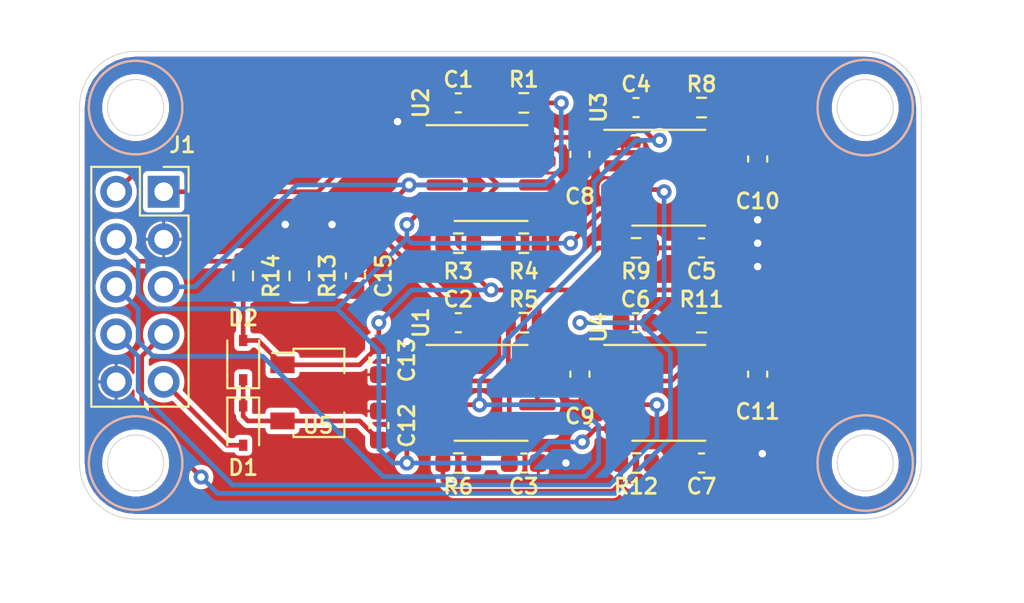
<source format=kicad_pcb>
(kicad_pcb (version 20171130) (host pcbnew "(5.1.10)-1")
  (layers (0 F.Cu signal) (31 B.Cu signal) (34 B.Paste user) (35 F.Paste user) (36 B.SilkS user) (37 F.SilkS user) (38 B.Mask user) (39 F.Mask user) (44 Edge.Cuts user))
  (net 0 "")
  (net 1 GND)
  (net 2 CHARGE)
  (net 3 "Net-(C2-Pad1)")
  (net 4 "Net-(C3-Pad1)")
  (net 5 STAGE_1)
  (net 6 "Net-(C4-Pad1)")
  (net 7 "Net-(C5-Pad1)")
  (net 8 "Net-(C6-Pad1)")
  (net 9 "Net-(C7-Pad1)")
  (net 10 +5V)
  (net 11 "Net-(C12-Pad1)")
  (net 12 VCC)
  (net 13 "Net-(U1-Pad5)")
  (net 14 "Net-(U2-Pad7)")
  (net 15 "Net-(U2-Pad5)")
  (net 16 "Net-(U3-Pad5)")
  (net 17 "Net-(U4-Pad5)")
  (net 18 STAGE_2)
  (net 19 /SW1)
  (net 20 TIMER)
  (net 21 /JP1)
  (net 22 /SW2)
  (module Package_TO_SOT_SMD:SOT-89-3 (layer F.Cu) (at 137.5 106.25)
    (fp_text reference U5 (at 0.25 1.75) (layer F.SilkS) (effects (font (size 0.8128 0.8128) (thickness 0.1524))))
    (fp_text value L78L05)
    (fp_line (start 1.66 1.05) (end 1.66 2.36) (layer F.SilkS) (width 0.12))
    (fp_line (start 1.66 2.36) (end -1.06 2.36) (layer F.SilkS) (width 0.12))
    (fp_line (start -2.2 -2.13) (end -1.06 -2.13) (layer F.SilkS) (width 0.12))
    (fp_line (start 1.66 -2.36) (end 1.66 -1.05) (layer F.SilkS) (width 0.12))
    (fp_line (start -1.06 -2.36) (end 1.66 -2.36) (layer F.SilkS) (width 0.12))
    (fp_line (start -1.06 -2.36) (end -1.06 -2.13) (layer F.SilkS) (width 0.12))
    (fp_line (start -1.06 2.36) (end -1.06 2.13) (layer F.SilkS) (width 0.12))
    (pad 2 smd custom (at -1.5625 0) (size 1.475 0.9) (layers F.Cu F.Paste F.Mask) (net 1 GND) (options (clearance outline) (anchor rect)) (primitives (gr_poly (pts (xy 0.7375 -0.8665) (xy 3.8625 -0.8665) (xy 3.8625 0.8665) (xy 0.7375 0.8665)) (width 0))))
    (pad 3 smd rect (at -1.65 1.5) (size 1.3 0.9) (layers F.Cu F.Paste F.Mask) (net 11 "Net-(C12-Pad1)"))
    (pad 1 smd rect (at -1.65 -1.5) (size 1.3 0.9) (layers F.Cu F.Paste F.Mask) (net 10 +5V))
  )
  (module Resistor_SMD:R_0603_1608Metric (layer F.Cu) (at 133.75 100 90)
    (fp_text reference R14 (at 0 1.5 270) (layer F.SilkS) (effects (font (size 0.8128 0.8128) (thickness 0.1524))))
    (fp_text value 10K)
    (fp_line (start -0.237258 -0.5225) (end 0.237258 -0.5225) (layer F.SilkS) (width 0.12))
    (fp_line (start -0.237258 0.5225) (end 0.237258 0.5225) (layer F.SilkS) (width 0.12))
    (pad 2 smd roundrect (at 0.825 0 90) (size 0.8 0.95) (layers F.Cu F.Paste F.Mask) (net 21 /JP1))
    (pad 1 smd roundrect (at -0.825 0 90) (size 0.8 0.95) (layers F.Cu F.Paste F.Mask) (net 10 +5V))
  )
  (module Resistor_SMD:R_0603_1608Metric (layer F.Cu) (at 136.75 100 90)
    (fp_text reference R13 (at 0 1.5 270) (layer F.SilkS) (effects (font (size 0.8128 0.8128) (thickness 0.1524))))
    (fp_text value 100K)
    (fp_line (start -0.237258 -0.5225) (end 0.237258 -0.5225) (layer F.SilkS) (width 0.12))
    (fp_line (start -0.237258 0.5225) (end 0.237258 0.5225) (layer F.SilkS) (width 0.12))
    (pad 2 smd roundrect (at 0.825 0 90) (size 0.8 0.95) (layers F.Cu F.Paste F.Mask) (net 1 GND))
    (pad 1 smd roundrect (at -0.825 0 90) (size 0.8 0.95) (layers F.Cu F.Paste F.Mask) (net 21 /JP1))
  )
  (module Resistor_SMD:R_0603_1608Metric (layer F.Cu) (at 154.75 110)
    (fp_text reference R12 (at 0 1.25) (layer F.SilkS) (effects (font (size 0.8128 0.8128) (thickness 0.1524))))
    (fp_text value 1K)
    (fp_line (start -0.237258 -0.5225) (end 0.237258 -0.5225) (layer F.SilkS) (width 0.12))
    (fp_line (start -0.237258 0.5225) (end 0.237258 0.5225) (layer F.SilkS) (width 0.12))
    (pad 2 smd roundrect (at 0.825 0) (size 0.8 0.95) (layers F.Cu F.Paste F.Mask) (net 9 "Net-(C7-Pad1)"))
    (pad 1 smd roundrect (at -0.825 0) (size 0.8 0.95) (layers F.Cu F.Paste F.Mask) (net 10 +5V))
  )
  (module Resistor_SMD:R_0603_1608Metric (layer F.Cu) (at 158.25 102.5 180)
    (fp_text reference R11 (at 0 1.25) (layer F.SilkS) (effects (font (size 0.8128 0.8128) (thickness 0.1524))))
    (fp_text value 10K)
    (fp_line (start -0.237258 -0.5225) (end 0.237258 -0.5225) (layer F.SilkS) (width 0.12))
    (fp_line (start -0.237258 0.5225) (end 0.237258 0.5225) (layer F.SilkS) (width 0.12))
    (pad 2 smd roundrect (at 0.825 0 180) (size 0.8 0.95) (layers F.Cu F.Paste F.Mask) (net 8 "Net-(C6-Pad1)"))
    (pad 1 smd roundrect (at -0.825 0 180) (size 0.8 0.95) (layers F.Cu F.Paste F.Mask) (net 10 +5V))
  )
  (module Resistor_SMD:R_0603_1608Metric (layer F.Cu) (at 154.75 98.5)
    (fp_text reference R9 (at 0 1.25) (layer F.SilkS) (effects (font (size 0.8128 0.8128) (thickness 0.1524))))
    (fp_text value 10K)
    (fp_line (start -0.237258 -0.5225) (end 0.237258 -0.5225) (layer F.SilkS) (width 0.12))
    (fp_line (start -0.237258 0.5225) (end 0.237258 0.5225) (layer F.SilkS) (width 0.12))
    (pad 2 smd roundrect (at 0.825 0) (size 0.8 0.95) (layers F.Cu F.Paste F.Mask) (net 7 "Net-(C5-Pad1)"))
    (pad 1 smd roundrect (at -0.825 0) (size 0.8 0.95) (layers F.Cu F.Paste F.Mask) (net 10 +5V))
  )
  (module Resistor_SMD:R_0603_1608Metric (layer F.Cu) (at 158.25 91 180)
    (fp_text reference R8 (at 0 1.25) (layer F.SilkS) (effects (font (size 0.8128 0.8128) (thickness 0.1524))))
    (fp_text value 10K)
    (fp_line (start -0.237258 -0.5225) (end 0.237258 -0.5225) (layer F.SilkS) (width 0.12))
    (fp_line (start -0.237258 0.5225) (end 0.237258 0.5225) (layer F.SilkS) (width 0.12))
    (pad 2 smd roundrect (at 0.825 0 180) (size 0.8 0.95) (layers F.Cu F.Paste F.Mask) (net 6 "Net-(C4-Pad1)"))
    (pad 1 smd roundrect (at -0.825 0 180) (size 0.8 0.95) (layers F.Cu F.Paste F.Mask) (net 10 +5V))
  )
  (module Resistor_SMD:R_0603_1608Metric (layer F.Cu) (at 145.25 110)
    (fp_text reference R6 (at 0 1.25) (layer F.SilkS) (effects (font (size 0.8128 0.8128) (thickness 0.1524))))
    (fp_text value 1K)
    (fp_line (start -0.237258 -0.5225) (end 0.237258 -0.5225) (layer F.SilkS) (width 0.12))
    (fp_line (start -0.237258 0.5225) (end 0.237258 0.5225) (layer F.SilkS) (width 0.12))
    (pad 2 smd roundrect (at 0.825 0) (size 0.8 0.95) (layers F.Cu F.Paste F.Mask) (net 4 "Net-(C3-Pad1)"))
    (pad 1 smd roundrect (at -0.825 0) (size 0.8 0.95) (layers F.Cu F.Paste F.Mask) (net 10 +5V))
  )
  (module Resistor_SMD:R_0603_1608Metric (layer F.Cu) (at 148.75 102.5 180)
    (fp_text reference R5 (at 0 1.25) (layer F.SilkS) (effects (font (size 0.8128 0.8128) (thickness 0.1524))))
    (fp_text value 10K)
    (fp_line (start -0.237258 -0.5225) (end 0.237258 -0.5225) (layer F.SilkS) (width 0.12))
    (fp_line (start -0.237258 0.5225) (end 0.237258 0.5225) (layer F.SilkS) (width 0.12))
    (pad 2 smd roundrect (at 0.825 0 180) (size 0.8 0.95) (layers F.Cu F.Paste F.Mask) (net 3 "Net-(C2-Pad1)"))
    (pad 1 smd roundrect (at -0.825 0 180) (size 0.8 0.95) (layers F.Cu F.Paste F.Mask) (net 10 +5V))
  )
  (module Resistor_SMD:R_0603_1608Metric (layer F.Cu) (at 148.75 98.25)
    (fp_text reference R4 (at 0 1.5) (layer F.SilkS) (effects (font (size 0.8128 0.8128) (thickness 0.1524))))
    (fp_text value 100K)
    (fp_line (start -0.237258 -0.5225) (end 0.237258 -0.5225) (layer F.SilkS) (width 0.12))
    (fp_line (start -0.237258 0.5225) (end 0.237258 0.5225) (layer F.SilkS) (width 0.12))
    (pad 2 smd roundrect (at 0.825 0) (size 0.8 0.95) (layers F.Cu F.Paste F.Mask) (net 1 GND))
    (pad 1 smd roundrect (at -0.825 0) (size 0.8 0.95) (layers F.Cu F.Paste F.Mask) (net 22 /SW2))
  )
  (module Resistor_SMD:R_0603_1608Metric (layer F.Cu) (at 145.25 98.25)
    (fp_text reference R3 (at 0 1.5) (layer F.SilkS) (effects (font (size 0.8128 0.8128) (thickness 0.1524))))
    (fp_text value 100K)
    (fp_line (start -0.237258 -0.5225) (end 0.237258 -0.5225) (layer F.SilkS) (width 0.12))
    (fp_line (start -0.237258 0.5225) (end 0.237258 0.5225) (layer F.SilkS) (width 0.12))
    (pad 2 smd roundrect (at 0.825 0) (size 0.8 0.95) (layers F.Cu F.Paste F.Mask) (net 22 /SW2))
    (pad 1 smd roundrect (at -0.825 0) (size 0.8 0.95) (layers F.Cu F.Paste F.Mask) (net 10 +5V))
  )
  (module Resistor_SMD:R_0603_1608Metric (layer F.Cu) (at 148.75 90.75 180)
    (fp_text reference R1 (at 0 1.25) (layer F.SilkS) (effects (font (size 0.8128 0.8128) (thickness 0.1524))))
    (fp_text value 100K)
    (fp_line (start -0.237258 -0.5225) (end 0.237258 -0.5225) (layer F.SilkS) (width 0.12))
    (fp_line (start -0.237258 0.5225) (end 0.237258 0.5225) (layer F.SilkS) (width 0.12))
    (pad 2 smd roundrect (at 0.825 0 180) (size 0.8 0.95) (layers F.Cu F.Paste F.Mask) (net 19 /SW1))
    (pad 1 smd roundrect (at -0.825 0 180) (size 0.8 0.95) (layers F.Cu F.Paste F.Mask) (net 2 CHARGE))
  )
  (module Diode_SMD:D_SOD-323 (layer F.Cu) (at 133.75 104.5 90)
    (fp_text reference D2 (at 2.25 0 180) (layer F.SilkS) (effects (font (size 0.8128 0.8128) (thickness 0.1524))))
    (fp_text value 4148)
    (fp_line (start -1.5 -0.85) (end -1.5 0.85) (layer F.SilkS) (width 0.12))
    (fp_line (start -1.5 0.85) (end 1.05 0.85) (layer F.SilkS) (width 0.12))
    (fp_line (start -1.5 -0.85) (end 1.05 -0.85) (layer F.SilkS) (width 0.12))
    (pad 2 smd rect (at 1.05 0 90) (size 0.6 0.45) (layers F.Cu F.Paste F.Mask) (net 10 +5V))
    (pad 1 smd rect (at -1.05 0 90) (size 0.6 0.45) (layers F.Cu F.Paste F.Mask) (net 11 "Net-(C12-Pad1)"))
  )
  (module Diode_SMD:D_SOD-323 (layer F.Cu) (at 133.75 108 270)
    (fp_text reference D1 (at 2.25 0 180) (layer F.SilkS) (effects (font (size 0.8128 0.8128) (thickness 0.1524))))
    (fp_text value 4148)
    (fp_line (start -1.5 -0.85) (end -1.5 0.85) (layer F.SilkS) (width 0.12))
    (fp_line (start -1.5 0.85) (end 1.05 0.85) (layer F.SilkS) (width 0.12))
    (fp_line (start -1.5 -0.85) (end 1.05 -0.85) (layer F.SilkS) (width 0.12))
    (pad 2 smd rect (at 1.05 0 270) (size 0.6 0.45) (layers F.Cu F.Paste F.Mask) (net 12 VCC))
    (pad 1 smd rect (at -1.05 0 270) (size 0.6 0.45) (layers F.Cu F.Paste F.Mask) (net 11 "Net-(C12-Pad1)"))
  )
  (module Capacitor_SMD:C_0603_1608Metric (layer F.Cu) (at 139.75 100 90)
    (fp_text reference C15 (at 0 1.5 270) (layer F.SilkS) (effects (font (size 0.8128 0.8128) (thickness 0.1524))))
    (fp_text value 1uF)
    (fp_line (start -0.14058 -0.51) (end 0.14058 -0.51) (layer F.SilkS) (width 0.12))
    (fp_line (start -0.14058 0.51) (end 0.14058 0.51) (layer F.SilkS) (width 0.12))
    (pad 2 smd roundrect (at 0.775 0 90) (size 0.9 0.95) (layers F.Cu F.Paste F.Mask) (net 1 GND))
    (pad 1 smd roundrect (at -0.775 0 90) (size 0.9 0.95) (layers F.Cu F.Paste F.Mask) (net 21 /JP1))
  )
  (module Capacitor_SMD:C_0603_1608Metric (layer F.Cu) (at 141 104.5 270)
    (fp_text reference C13 (at 0 -1.5 270) (layer F.SilkS) (effects (font (size 0.8128 0.8128) (thickness 0.1524))))
    (fp_text value 100nF)
    (fp_line (start -0.14058 -0.51) (end 0.14058 -0.51) (layer F.SilkS) (width 0.12))
    (fp_line (start -0.14058 0.51) (end 0.14058 0.51) (layer F.SilkS) (width 0.12))
    (pad 2 smd roundrect (at 0.775 0 270) (size 0.9 0.95) (layers F.Cu F.Paste F.Mask) (net 1 GND))
    (pad 1 smd roundrect (at -0.775 0 270) (size 0.9 0.95) (layers F.Cu F.Paste F.Mask) (net 10 +5V))
  )
  (module Capacitor_SMD:C_0603_1608Metric (layer F.Cu) (at 141 108 90)
    (fp_text reference C12 (at 0 1.5 270) (layer F.SilkS) (effects (font (size 0.8128 0.8128) (thickness 0.1524))))
    (fp_text value 100nF)
    (fp_line (start -0.14058 -0.51) (end 0.14058 -0.51) (layer F.SilkS) (width 0.12))
    (fp_line (start -0.14058 0.51) (end 0.14058 0.51) (layer F.SilkS) (width 0.12))
    (pad 2 smd roundrect (at 0.775 0 90) (size 0.9 0.95) (layers F.Cu F.Paste F.Mask) (net 1 GND))
    (pad 1 smd roundrect (at -0.775 0 90) (size 0.9 0.95) (layers F.Cu F.Paste F.Mask) (net 11 "Net-(C12-Pad1)"))
  )
  (module Capacitor_SMD:C_0603_1608Metric (layer F.Cu) (at 161.25 105.25 270)
    (fp_text reference C11 (at 2 0 180) (layer F.SilkS) (effects (font (size 0.8128 0.8128) (thickness 0.1524))))
    (fp_text value 100nF)
    (fp_line (start -0.14058 -0.51) (end 0.14058 -0.51) (layer F.SilkS) (width 0.12))
    (fp_line (start -0.14058 0.51) (end 0.14058 0.51) (layer F.SilkS) (width 0.12))
    (pad 2 smd roundrect (at 0.775 0 270) (size 0.9 0.95) (layers F.Cu F.Paste F.Mask) (net 1 GND))
    (pad 1 smd roundrect (at -0.775 0 270) (size 0.9 0.95) (layers F.Cu F.Paste F.Mask) (net 10 +5V))
  )
  (module Capacitor_SMD:C_0603_1608Metric (layer F.Cu) (at 161.25 93.75 270)
    (fp_text reference C10 (at 2.25 0 180) (layer F.SilkS) (effects (font (size 0.8128 0.8128) (thickness 0.1524))))
    (fp_text value 100nF)
    (fp_line (start -0.14058 -0.51) (end 0.14058 -0.51) (layer F.SilkS) (width 0.12))
    (fp_line (start -0.14058 0.51) (end 0.14058 0.51) (layer F.SilkS) (width 0.12))
    (pad 2 smd roundrect (at 0.775 0 270) (size 0.9 0.95) (layers F.Cu F.Paste F.Mask) (net 1 GND))
    (pad 1 smd roundrect (at -0.775 0 270) (size 0.9 0.95) (layers F.Cu F.Paste F.Mask) (net 10 +5V))
  )
  (module Capacitor_SMD:C_0603_1608Metric (layer F.Cu) (at 151.75 105.25 270)
    (fp_text reference C9 (at 2.25 0 180) (layer F.SilkS) (effects (font (size 0.8128 0.8128) (thickness 0.1524))))
    (fp_text value 100nF)
    (fp_line (start -0.14058 -0.51) (end 0.14058 -0.51) (layer F.SilkS) (width 0.12))
    (fp_line (start -0.14058 0.51) (end 0.14058 0.51) (layer F.SilkS) (width 0.12))
    (pad 2 smd roundrect (at 0.775 0 270) (size 0.9 0.95) (layers F.Cu F.Paste F.Mask) (net 1 GND))
    (pad 1 smd roundrect (at -0.775 0 270) (size 0.9 0.95) (layers F.Cu F.Paste F.Mask) (net 10 +5V))
  )
  (module Capacitor_SMD:C_0603_1608Metric (layer F.Cu) (at 151.75 93.5 270)
    (fp_text reference C8 (at 2.25 0 180) (layer F.SilkS) (effects (font (size 0.8128 0.8128) (thickness 0.1524))))
    (fp_text value 100nF)
    (fp_line (start -0.14058 -0.51) (end 0.14058 -0.51) (layer F.SilkS) (width 0.12))
    (fp_line (start -0.14058 0.51) (end 0.14058 0.51) (layer F.SilkS) (width 0.12))
    (pad 2 smd roundrect (at 0.775 0 270) (size 0.9 0.95) (layers F.Cu F.Paste F.Mask) (net 1 GND))
    (pad 1 smd roundrect (at -0.775 0 270) (size 0.9 0.95) (layers F.Cu F.Paste F.Mask) (net 10 +5V))
  )
  (module Capacitor_SMD:C_0603_1608Metric (layer F.Cu) (at 158.25 110)
    (fp_text reference C7 (at 0 1.25) (layer F.SilkS) (effects (font (size 0.8128 0.8128))))
    (fp_text value 10nF)
    (fp_line (start -0.14058 -0.51) (end 0.14058 -0.51) (layer F.SilkS) (width 0.12))
    (fp_line (start -0.14058 0.51) (end 0.14058 0.51) (layer F.SilkS) (width 0.12))
    (pad 2 smd roundrect (at 0.775 0) (size 0.9 0.95) (layers F.Cu F.Paste F.Mask) (net 1 GND))
    (pad 1 smd roundrect (at -0.775 0) (size 0.9 0.95) (layers F.Cu F.Paste F.Mask) (net 9 "Net-(C7-Pad1)"))
  )
  (module Capacitor_SMD:C_0603_1608Metric (layer F.Cu) (at 154.725 102.5 180)
    (fp_text reference C6 (at 0 1.25) (layer F.SilkS) (effects (font (size 0.8128 0.8128) (thickness 0.1524))))
    (fp_text value 1nF)
    (fp_line (start -0.14058 -0.51) (end 0.14058 -0.51) (layer F.SilkS) (width 0.12))
    (fp_line (start -0.14058 0.51) (end 0.14058 0.51) (layer F.SilkS) (width 0.12))
    (pad 2 smd roundrect (at 0.775 0 180) (size 0.9 0.95) (layers F.Cu F.Paste F.Mask) (net 20 TIMER))
    (pad 1 smd roundrect (at -0.775 0 180) (size 0.9 0.95) (layers F.Cu F.Paste F.Mask) (net 8 "Net-(C6-Pad1)"))
  )
  (module Capacitor_SMD:C_0603_1608Metric (layer F.Cu) (at 158.25 98.5)
    (fp_text reference C5 (at 0 1.25) (layer F.SilkS) (effects (font (size 0.8128 0.8128) (thickness 0.1524))))
    (fp_text value 10nF)
    (fp_line (start -0.14058 -0.51) (end 0.14058 -0.51) (layer F.SilkS) (width 0.12))
    (fp_line (start -0.14058 0.51) (end 0.14058 0.51) (layer F.SilkS) (width 0.12))
    (pad 2 smd roundrect (at 0.775 0) (size 0.9 0.95) (layers F.Cu F.Paste F.Mask) (net 1 GND))
    (pad 1 smd roundrect (at -0.775 0) (size 0.9 0.95) (layers F.Cu F.Paste F.Mask) (net 7 "Net-(C5-Pad1)"))
  )
  (module Capacitor_SMD:C_0603_1608Metric (layer F.Cu) (at 154.75 91 180)
    (fp_text reference C4 (at 0 1.25) (layer F.SilkS) (effects (font (size 0.8128 0.8128) (thickness 0.1524))))
    (fp_text value 1nF)
    (fp_line (start -0.14058 -0.51) (end 0.14058 -0.51) (layer F.SilkS) (width 0.12))
    (fp_line (start -0.14058 0.51) (end 0.14058 0.51) (layer F.SilkS) (width 0.12))
    (pad 2 smd roundrect (at 0.775 0 180) (size 0.9 0.95) (layers F.Cu F.Paste F.Mask) (net 5 STAGE_1))
    (pad 1 smd roundrect (at -0.775 0 180) (size 0.9 0.95) (layers F.Cu F.Paste F.Mask) (net 6 "Net-(C4-Pad1)"))
  )
  (module Capacitor_SMD:C_0603_1608Metric (layer F.Cu) (at 148.75 110)
    (fp_text reference C3 (at 0 1.25) (layer F.SilkS) (effects (font (size 0.8128 0.8128) (thickness 0.1524))))
    (fp_text value 10nF)
    (fp_line (start -0.14058 -0.51) (end 0.14058 -0.51) (layer F.SilkS) (width 0.12))
    (fp_line (start -0.14058 0.51) (end 0.14058 0.51) (layer F.SilkS) (width 0.12))
    (pad 2 smd roundrect (at 0.775 0) (size 0.9 0.95) (layers F.Cu F.Paste F.Mask) (net 1 GND))
    (pad 1 smd roundrect (at -0.775 0) (size 0.9 0.95) (layers F.Cu F.Paste F.Mask) (net 4 "Net-(C3-Pad1)"))
  )
  (module Capacitor_SMD:C_0603_1608Metric (layer F.Cu) (at 145.25 102.5 180)
    (fp_text reference C2 (at 0 1.25) (layer F.SilkS) (effects (font (size 0.8128 0.8128) (thickness 0.1524))))
    (fp_text value 1nF)
    (fp_line (start -0.14058 -0.51) (end 0.14058 -0.51) (layer F.SilkS) (width 0.12))
    (fp_line (start -0.14058 0.51) (end 0.14058 0.51) (layer F.SilkS) (width 0.12))
    (pad 2 smd roundrect (at 0.775 0 180) (size 0.9 0.95) (layers F.Cu F.Paste F.Mask) (net 2 CHARGE))
    (pad 1 smd roundrect (at -0.775 0 180) (size 0.9 0.95) (layers F.Cu F.Paste F.Mask) (net 3 "Net-(C2-Pad1)"))
  )
  (module Capacitor_SMD:C_0603_1608Metric (layer F.Cu) (at 145.25 90.75 180)
    (fp_text reference C1 (at 0 1.25) (layer F.SilkS) (effects (font (size 0.8128 0.8128) (thickness 0.1524))))
    (fp_text value 1uF)
    (fp_line (start -0.14058 -0.51) (end 0.14058 -0.51) (layer F.SilkS) (width 0.12))
    (fp_line (start -0.14058 0.51) (end 0.14058 0.51) (layer F.SilkS) (width 0.12))
    (pad 2 smd roundrect (at 0.775 0 180) (size 0.9 0.95) (layers F.Cu F.Paste F.Mask) (net 1 GND))
    (pad 1 smd roundrect (at -0.775 0 180) (size 0.9 0.95) (layers F.Cu F.Paste F.Mask) (net 19 /SW1))
  )
  (module Connector_PinSocket_2.54mm:PinSocket_2x05_P2.54mm_Vertical (layer F.Cu) (at 129.5 95.5)
    (fp_text reference J1 (at 1 -2.5) (layer F.SilkS) (effects (font (size 0.8128 0.8128) (thickness 0.1524))))
    (fp_text value IO)
    (fp_line (start 0 -1.33) (end 1.33 -1.33) (layer F.SilkS) (width 0.12))
    (fp_line (start 1.33 -1.33) (end 1.33 0) (layer F.SilkS) (width 0.12))
    (fp_line (start -1.27 -1.33) (end -1.27 1.27) (layer F.SilkS) (width 0.12))
    (fp_line (start -1.27 1.27) (end 1.33 1.27) (layer F.SilkS) (width 0.12))
    (fp_line (start 1.33 1.27) (end 1.33 11.49) (layer F.SilkS) (width 0.12))
    (fp_line (start -3.87 11.49) (end 1.33 11.49) (layer F.SilkS) (width 0.12))
    (fp_line (start -3.87 -1.33) (end -3.87 11.49) (layer F.SilkS) (width 0.12))
    (fp_line (start -3.87 -1.33) (end -1.27 -1.33) (layer F.SilkS) (width 0.12))
    (pad 10 thru_hole oval (at -2.54 10.16) (size 1.7 1.7) (drill 1) (layers *.Cu *.Mask) (net 1 GND))
    (pad 9 thru_hole oval (at 0 10.16) (size 1.7 1.7) (drill 1) (layers *.Cu *.Mask) (net 12 VCC))
    (pad 8 thru_hole oval (at -2.54 7.62) (size 1.7 1.7) (drill 1) (layers *.Cu *.Mask) (net 18 STAGE_2))
    (pad 7 thru_hole oval (at 0 7.62) (size 1.7 1.7) (drill 1) (layers *.Cu *.Mask) (net 20 TIMER))
    (pad 6 thru_hole oval (at -2.54 5.08) (size 1.7 1.7) (drill 1) (layers *.Cu *.Mask) (net 5 STAGE_1))
    (pad 5 thru_hole oval (at 0 5.08) (size 1.7 1.7) (drill 1) (layers *.Cu *.Mask) (net 2 CHARGE))
    (pad 4 thru_hole oval (at -2.54 2.54) (size 1.7 1.7) (drill 1) (layers *.Cu *.Mask) (net 21 /JP1))
    (pad 3 thru_hole oval (at 0 2.54) (size 1.7 1.7) (drill 1) (layers *.Cu *.Mask) (net 1 GND))
    (pad 2 thru_hole oval (at -2.54 0) (size 1.7 1.7) (drill 1) (layers *.Cu *.Mask) (net 19 /SW1))
    (pad 1 thru_hole rect (at 0 0) (size 1.7 1.7) (drill 1) (layers *.Cu *.Mask) (net 22 /SW2))
  )
  (module Package_SO:SOIC-8_3.9x4.9mm_P1.27mm (layer F.Cu) (at 156.5 106.25)
    (fp_text reference U4 (at -3.75 -3.5 90) (layer F.SilkS) (effects (font (size 0.8128 0.8128) (thickness 0.1524))))
    (fp_text value TLC555xD)
    (fp_line (start 0 -2.56) (end -3.45 -2.56) (layer F.SilkS) (width 0.12))
    (fp_line (start 0 -2.56) (end 1.95 -2.56) (layer F.SilkS) (width 0.12))
    (fp_line (start 0 2.56) (end -1.95 2.56) (layer F.SilkS) (width 0.12))
    (fp_line (start 0 2.56) (end 1.95 2.56) (layer F.SilkS) (width 0.12))
    (pad 8 smd roundrect (at 2.475 -1.905) (size 1.95 0.6) (layers F.Cu F.Paste F.Mask) (net 10 +5V))
    (pad 7 smd roundrect (at 2.475 -0.635) (size 1.95 0.6) (layers F.Cu F.Paste F.Mask) (net 9 "Net-(C7-Pad1)"))
    (pad 6 smd roundrect (at 2.475 0.635) (size 1.95 0.6) (layers F.Cu F.Paste F.Mask) (net 9 "Net-(C7-Pad1)"))
    (pad 5 smd roundrect (at 2.475 1.905) (size 1.95 0.6) (layers F.Cu F.Paste F.Mask) (net 17 "Net-(U4-Pad5)"))
    (pad 4 smd roundrect (at -2.475 1.905) (size 1.95 0.6) (layers F.Cu F.Paste F.Mask) (net 21 /JP1))
    (pad 3 smd roundrect (at -2.475 0.635) (size 1.95 0.6) (layers F.Cu F.Paste F.Mask) (net 18 STAGE_2))
    (pad 2 smd roundrect (at -2.475 -0.635) (size 1.95 0.6) (layers F.Cu F.Paste F.Mask) (net 8 "Net-(C6-Pad1)"))
    (pad 1 smd roundrect (at -2.475 -1.905) (size 1.95 0.6) (layers F.Cu F.Paste F.Mask) (net 1 GND))
  )
  (module Package_SO:SOIC-8_3.9x4.9mm_P1.27mm (layer F.Cu) (at 156.5 94.75)
    (fp_text reference U3 (at -3.75 -3.75 270) (layer F.SilkS) (effects (font (size 0.8128 0.8128) (thickness 0.1524))))
    (fp_text value TLC555xD)
    (fp_line (start 0 -2.56) (end -3.45 -2.56) (layer F.SilkS) (width 0.12))
    (fp_line (start 0 -2.56) (end 1.95 -2.56) (layer F.SilkS) (width 0.12))
    (fp_line (start 0 2.56) (end -1.95 2.56) (layer F.SilkS) (width 0.12))
    (fp_line (start 0 2.56) (end 1.95 2.56) (layer F.SilkS) (width 0.12))
    (pad 8 smd roundrect (at 2.475 -1.905) (size 1.95 0.6) (layers F.Cu F.Paste F.Mask) (net 10 +5V))
    (pad 7 smd roundrect (at 2.475 -0.635) (size 1.95 0.6) (layers F.Cu F.Paste F.Mask) (net 7 "Net-(C5-Pad1)"))
    (pad 6 smd roundrect (at 2.475 0.635) (size 1.95 0.6) (layers F.Cu F.Paste F.Mask) (net 7 "Net-(C5-Pad1)"))
    (pad 5 smd roundrect (at 2.475 1.905) (size 1.95 0.6) (layers F.Cu F.Paste F.Mask) (net 16 "Net-(U3-Pad5)"))
    (pad 4 smd roundrect (at -2.475 1.905) (size 1.95 0.6) (layers F.Cu F.Paste F.Mask) (net 21 /JP1))
    (pad 3 smd roundrect (at -2.475 0.635) (size 1.95 0.6) (layers F.Cu F.Paste F.Mask) (net 20 TIMER))
    (pad 2 smd roundrect (at -2.475 -0.635) (size 1.95 0.6) (layers F.Cu F.Paste F.Mask) (net 6 "Net-(C4-Pad1)"))
    (pad 1 smd roundrect (at -2.475 -1.905) (size 1.95 0.6) (layers F.Cu F.Paste F.Mask) (net 1 GND))
  )
  (module Package_SO:SOIC-8_3.9x4.9mm_P1.27mm (layer F.Cu) (at 147 94.5)
    (fp_text reference U2 (at -3.75 -3.75 90) (layer F.SilkS) (effects (font (size 0.8128 0.8128) (thickness 0.1524))))
    (fp_text value TLC555xD)
    (fp_line (start 0 -2.56) (end -3.45 -2.56) (layer F.SilkS) (width 0.12))
    (fp_line (start 0 -2.56) (end 1.95 -2.56) (layer F.SilkS) (width 0.12))
    (fp_line (start 0 2.56) (end -1.95 2.56) (layer F.SilkS) (width 0.12))
    (fp_line (start 0 2.56) (end 1.95 2.56) (layer F.SilkS) (width 0.12))
    (pad 8 smd roundrect (at 2.475 -1.905) (size 1.95 0.6) (layers F.Cu F.Paste F.Mask) (net 10 +5V))
    (pad 7 smd roundrect (at 2.475 -0.635) (size 1.95 0.6) (layers F.Cu F.Paste F.Mask) (net 14 "Net-(U2-Pad7)"))
    (pad 6 smd roundrect (at 2.475 0.635) (size 1.95 0.6) (layers F.Cu F.Paste F.Mask) (net 22 /SW2))
    (pad 5 smd roundrect (at 2.475 1.905) (size 1.95 0.6) (layers F.Cu F.Paste F.Mask) (net 15 "Net-(U2-Pad5)"))
    (pad 4 smd roundrect (at -2.475 1.905) (size 1.95 0.6) (layers F.Cu F.Paste F.Mask) (net 21 /JP1))
    (pad 3 smd roundrect (at -2.475 0.635) (size 1.95 0.6) (layers F.Cu F.Paste F.Mask) (net 2 CHARGE))
    (pad 2 smd roundrect (at -2.475 -0.635) (size 1.95 0.6) (layers F.Cu F.Paste F.Mask) (net 22 /SW2))
    (pad 1 smd roundrect (at -2.475 -1.905) (size 1.95 0.6) (layers F.Cu F.Paste F.Mask) (net 1 GND))
  )
  (module Package_SO:SOIC-8_3.9x4.9mm_P1.27mm (layer F.Cu) (at 147 106.25)
    (fp_text reference U1 (at -3.75 -3.75 270) (layer F.SilkS) (effects (font (size 0.8128 0.8128) (thickness 0.1524))))
    (fp_text value TLC555xD)
    (fp_line (start 0 -2.56) (end -3.45 -2.56) (layer F.SilkS) (width 0.12))
    (fp_line (start 0 -2.56) (end 1.95 -2.56) (layer F.SilkS) (width 0.12))
    (fp_line (start 0 2.56) (end -1.95 2.56) (layer F.SilkS) (width 0.12))
    (fp_line (start 0 2.56) (end 1.95 2.56) (layer F.SilkS) (width 0.12))
    (pad 8 smd roundrect (at 2.475 -1.905) (size 1.95 0.6) (layers F.Cu F.Paste F.Mask) (net 10 +5V))
    (pad 7 smd roundrect (at 2.475 -0.635) (size 1.95 0.6) (layers F.Cu F.Paste F.Mask) (net 4 "Net-(C3-Pad1)"))
    (pad 6 smd roundrect (at 2.475 0.635) (size 1.95 0.6) (layers F.Cu F.Paste F.Mask) (net 4 "Net-(C3-Pad1)"))
    (pad 5 smd roundrect (at 2.475 1.905) (size 1.95 0.6) (layers F.Cu F.Paste F.Mask) (net 13 "Net-(U1-Pad5)"))
    (pad 4 smd roundrect (at -2.475 1.905) (size 1.95 0.6) (layers F.Cu F.Paste F.Mask) (net 21 /JP1))
    (pad 3 smd roundrect (at -2.475 0.635) (size 1.95 0.6) (layers F.Cu F.Paste F.Mask) (net 5 STAGE_1))
    (pad 2 smd roundrect (at -2.475 -0.635) (size 1.95 0.6) (layers F.Cu F.Paste F.Mask) (net 3 "Net-(C2-Pad1)"))
    (pad 1 smd roundrect (at -2.475 -1.905) (size 1.95 0.6) (layers F.Cu F.Paste F.Mask) (net 1 GND))
  )
  (gr_circle (center 167 110) (end 169.5 109.5) (layer B.SilkS) (width 0.12))
  (gr_circle (center 128 110) (end 129.5 112) (layer B.SilkS) (width 0.12))
  (gr_circle (center 128 91) (end 130 92.5) (layer B.SilkS) (width 0.12))
  (gr_circle (center 167 91) (end 167.5 88.5) (layer B.SilkS) (width 0.12))
  (gr_circle (center 167 110) (end 169.5 109.5) (layer F.SilkS) (width 0.12))
  (gr_circle (center 128 110) (end 130.5 110) (layer F.SilkS) (width 0.12))
  (gr_circle (center 128 91) (end 130.5 91) (layer F.SilkS) (width 0.12))
  (gr_circle (center 167 91) (end 169.5 90.5) (layer F.SilkS) (width 0.12))
  (gr_arc (start 167 110) (end 167 113) (angle -90) (layer Edge.Cuts) (width 0.05))
  (gr_arc (start 128 110) (end 125 110) (angle -90) (layer Edge.Cuts) (width 0.05))
  (gr_arc (start 128 91) (end 128 88) (angle -90) (layer Edge.Cuts) (width 0.05))
  (gr_arc (start 167 91) (end 170 91) (angle -90) (layer Edge.Cuts) (width 0.05))
  (gr_circle (center 167 110) (end 167 111.5) (layer Edge.Cuts) (width 0.05))
  (gr_circle (center 128 110) (end 128 111.5) (layer Edge.Cuts) (width 0.05))
  (gr_circle (center 167 91) (end 167 89.5) (layer Edge.Cuts) (width 0.05))
  (gr_circle (center 128 91) (end 128 89.5) (layer Edge.Cuts) (width 0.05))
  (gr_line (start 125 91) (end 125 110) (layer Edge.Cuts) (width 0.05))
  (gr_line (start 167 88) (end 128 88) (layer Edge.Cuts) (width 0.05))
  (gr_line (start 170 110) (end 170 91) (layer Edge.Cuts) (width 0.05))
  (gr_line (start 128 113) (end 167 113) (layer Edge.Cuts) (width 0.05))
  (via (at 161.25 97) (size 0.8) (drill 0.4) (layers F.Cu B.Cu) (net 1))
  (via (at 161.25 98.25) (size 0.8) (drill 0.4) (layers F.Cu B.Cu) (net 1))
  (via (at 161.25 99.5) (size 0.8) (drill 0.4) (layers F.Cu B.Cu) (net 1))
  (via (at 142.5 103.5) (size 0.8) (drill 0.4) (layers F.Cu B.Cu) (net 1))
  (via (at 136 97.25) (size 0.8) (drill 0.4) (layers F.Cu B.Cu) (net 1))
  (via (at 138.5 97.25) (size 0.8) (drill 0.4) (layers F.Cu B.Cu) (net 1))
  (via (at 142 91.75) (size 0.8) (drill 0.4) (layers F.Cu B.Cu) (net 1))
  (via (at 161.5 109.5) (size 0.8) (drill 0.4) (layers F.Cu B.Cu) (net 1))
  (via (at 151 110) (size 0.8) (drill 0.4) (layers F.Cu B.Cu) (net 1))
  (segment (start 149.575 90.75) (end 150.75 90.75) (width 0.25) (layer F.Cu) (net 2))
  (segment (start 150.75 90.75) (end 150.75 90.75) (width 0.25) (layer F.Cu) (net 2))
  (via (at 150.75 90.75) (size 0.8) (drill 0.4) (layers F.Cu B.Cu) (net 2))
  (segment (start 144.525 95.135) (end 142.615 95.135) (width 0.25) (layer F.Cu) (net 2))
  (segment (start 142.615 95.135) (end 142.615 95.135) (width 0.25) (layer F.Cu) (net 2))
  (via (at 142.615 95.135) (size 0.8) (drill 0.4) (layers F.Cu B.Cu) (net 2))
  (segment (start 142.615 95.135) (end 149.865 95.135) (width 0.25) (layer B.Cu) (net 2))
  (segment (start 150.75 94.25) (end 150.75 90.75) (width 0.25) (layer B.Cu) (net 2))
  (segment (start 149.865 95.135) (end 150.75 94.25) (width 0.25) (layer B.Cu) (net 2))
  (segment (start 144.475 101.225) (end 144.475 102.5) (width 0.25) (layer F.Cu) (net 2))
  (segment (start 141.5 98.25) (end 144.475 101.225) (width 0.25) (layer F.Cu) (net 2))
  (segment (start 141.5 96.25) (end 141.5 98.25) (width 0.25) (layer F.Cu) (net 2))
  (segment (start 142.615 95.135) (end 141.5 96.25) (width 0.25) (layer F.Cu) (net 2))
  (segment (start 131.17 100.58) (end 129.5 100.58) (width 0.25) (layer B.Cu) (net 2))
  (segment (start 136.615 95.135) (end 131.17 100.58) (width 0.25) (layer B.Cu) (net 2))
  (segment (start 142.615 95.135) (end 136.615 95.135) (width 0.25) (layer B.Cu) (net 2))
  (segment (start 146.025 102.5) (end 147.925 102.5) (width 0.25) (layer F.Cu) (net 3))
  (segment (start 144.525 105.615) (end 147.135 105.615) (width 0.25) (layer F.Cu) (net 3))
  (segment (start 147.925 104.825) (end 147.925 102.5) (width 0.25) (layer F.Cu) (net 3))
  (segment (start 147.135 105.615) (end 147.925 104.825) (width 0.25) (layer F.Cu) (net 3))
  (segment (start 146.075 110) (end 147.975 110) (width 0.25) (layer F.Cu) (net 4))
  (segment (start 149.475 105.615) (end 149.475 106.885) (width 0.25) (layer F.Cu) (net 4))
  (segment (start 147.975 110) (end 147.975 106.025) (width 0.25) (layer F.Cu) (net 4))
  (segment (start 148.385 105.615) (end 149.475 105.615) (width 0.25) (layer F.Cu) (net 4))
  (segment (start 147.975 106.025) (end 148.385 105.615) (width 0.25) (layer F.Cu) (net 4))
  (segment (start 153.975 91) (end 155.725 92.75) (width 0.25) (layer F.Cu) (net 5))
  (segment (start 155.725 92.75) (end 156 92.75) (width 0.25) (layer F.Cu) (net 5))
  (segment (start 156 92.75) (end 156 92.75) (width 0.25) (layer F.Cu) (net 5))
  (via (at 156 92.75) (size 0.8) (drill 0.4) (layers F.Cu B.Cu) (net 5))
  (segment (start 144.525 106.885) (end 146.385 106.885) (width 0.25) (layer F.Cu) (net 5))
  (segment (start 146.385 106.885) (end 146.385 106.885) (width 0.25) (layer F.Cu) (net 5))
  (via (at 146.385 106.885) (size 0.8) (drill 0.4) (layers F.Cu B.Cu) (net 5))
  (segment (start 152.5 95) (end 154.75 92.75) (width 0.25) (layer B.Cu) (net 5))
  (segment (start 154.75 92.75) (end 156 92.75) (width 0.25) (layer B.Cu) (net 5))
  (segment (start 152.5 98.75) (end 152.5 95) (width 0.25) (layer B.Cu) (net 5))
  (segment (start 147.725001 103.524999) (end 152.5 98.75) (width 0.25) (layer B.Cu) (net 5))
  (segment (start 147.725001 104.274999) (end 147.725001 103.524999) (width 0.25) (layer B.Cu) (net 5))
  (segment (start 146.385 105.615) (end 147.725001 104.274999) (width 0.25) (layer B.Cu) (net 5))
  (segment (start 146.385 106.885) (end 146.385 105.615) (width 0.25) (layer B.Cu) (net 5))
  (segment (start 128.135001 103.494003) (end 128.135001 101.755001) (width 0.25) (layer B.Cu) (net 5))
  (segment (start 128.935999 104.295001) (end 128.135001 103.494003) (width 0.25) (layer B.Cu) (net 5))
  (segment (start 134.795001 104.295001) (end 128.935999 104.295001) (width 0.25) (layer B.Cu) (net 5))
  (segment (start 152.024999 110.725001) (end 141.225001 110.725001) (width 0.25) (layer B.Cu) (net 5))
  (segment (start 128.135001 101.755001) (end 126.96 100.58) (width 0.25) (layer B.Cu) (net 5))
  (segment (start 152.75 110) (end 152.024999 110.725001) (width 0.25) (layer B.Cu) (net 5))
  (segment (start 141.225001 110.725001) (end 134.795001 104.295001) (width 0.25) (layer B.Cu) (net 5))
  (segment (start 151.635 106.885) (end 152.75 108) (width 0.25) (layer B.Cu) (net 5))
  (segment (start 152.75 108) (end 152.75 110) (width 0.25) (layer B.Cu) (net 5))
  (segment (start 146.385 106.885) (end 151.635 106.885) (width 0.25) (layer B.Cu) (net 5))
  (segment (start 155.525 91) (end 157.425 91) (width 0.25) (layer F.Cu) (net 6))
  (segment (start 154.025 94.115) (end 155.885 94.115) (width 0.25) (layer F.Cu) (net 6))
  (segment (start 157.425 92.575) (end 157.425 91) (width 0.25) (layer F.Cu) (net 6))
  (segment (start 155.885 94.115) (end 157.425 92.575) (width 0.25) (layer F.Cu) (net 6))
  (segment (start 158.975 94.115) (end 158.975 95.385) (width 0.25) (layer F.Cu) (net 7))
  (segment (start 155.575 98.5) (end 157.475 98.5) (width 0.25) (layer F.Cu) (net 7))
  (segment (start 157.475 98.5) (end 157.475 95.525) (width 0.25) (layer F.Cu) (net 7))
  (segment (start 157.615 95.385) (end 158.975 95.385) (width 0.25) (layer F.Cu) (net 7))
  (segment (start 157.475 95.525) (end 157.615 95.385) (width 0.25) (layer F.Cu) (net 7))
  (segment (start 155.5 102.5) (end 157.425 102.5) (width 0.25) (layer F.Cu) (net 8))
  (segment (start 154.025 105.615) (end 156.635 105.615) (width 0.25) (layer F.Cu) (net 8))
  (segment (start 157.425 104.825) (end 157.425 102.5) (width 0.25) (layer F.Cu) (net 8))
  (segment (start 156.635 105.615) (end 157.425 104.825) (width 0.25) (layer F.Cu) (net 8))
  (segment (start 158.975 106.885) (end 158.975 105.615) (width 0.25) (layer F.Cu) (net 9))
  (segment (start 155.575 110) (end 157.475 110) (width 0.25) (layer F.Cu) (net 9))
  (segment (start 157.475 110) (end 157.475 106.025) (width 0.25) (layer F.Cu) (net 9))
  (segment (start 157.885 105.615) (end 158.975 105.615) (width 0.25) (layer F.Cu) (net 9))
  (segment (start 157.475 106.025) (end 157.885 105.615) (width 0.25) (layer F.Cu) (net 9))
  (segment (start 151.62 92.595) (end 151.75 92.725) (width 0.25) (layer F.Cu) (net 10))
  (segment (start 149.475 92.595) (end 151.62 92.595) (width 0.25) (layer F.Cu) (net 10))
  (segment (start 161.12 92.845) (end 161.25 92.975) (width 0.25) (layer F.Cu) (net 10))
  (segment (start 158.975 92.845) (end 161.12 92.845) (width 0.25) (layer F.Cu) (net 10))
  (segment (start 159.075 92.745) (end 158.975 92.845) (width 0.25) (layer F.Cu) (net 10))
  (segment (start 159.075 91) (end 159.075 92.745) (width 0.25) (layer F.Cu) (net 10))
  (segment (start 133.75 100.825) (end 133.75 103.45) (width 0.25) (layer F.Cu) (net 10))
  (segment (start 139.975 104.75) (end 141 103.725) (width 0.25) (layer F.Cu) (net 10))
  (segment (start 135.85 104.75) (end 139.975 104.75) (width 0.25) (layer F.Cu) (net 10))
  (segment (start 149.575 104.245) (end 149.475 104.345) (width 0.25) (layer F.Cu) (net 10))
  (segment (start 149.575 102.5) (end 149.575 104.245) (width 0.25) (layer F.Cu) (net 10))
  (segment (start 149.605 104.475) (end 149.475 104.345) (width 0.25) (layer F.Cu) (net 10))
  (segment (start 151.75 104.475) (end 149.605 104.475) (width 0.25) (layer F.Cu) (net 10))
  (segment (start 159.075 104.245) (end 158.975 104.345) (width 0.25) (layer F.Cu) (net 10))
  (segment (start 159.075 102.5) (end 159.075 104.245) (width 0.25) (layer F.Cu) (net 10))
  (segment (start 159.105 104.475) (end 158.975 104.345) (width 0.25) (layer F.Cu) (net 10))
  (segment (start 161.25 104.475) (end 159.105 104.475) (width 0.25) (layer F.Cu) (net 10))
  (segment (start 161.25 90.25) (end 161.25 92.975) (width 0.25) (layer F.Cu) (net 10))
  (segment (start 160.75 89.75) (end 161.25 90.25) (width 0.25) (layer F.Cu) (net 10))
  (segment (start 152.25 89.75) (end 160.75 89.75) (width 0.25) (layer F.Cu) (net 10))
  (segment (start 151.75 90.25) (end 152.25 89.75) (width 0.25) (layer F.Cu) (net 10))
  (segment (start 151.75 92.725) (end 151.75 90.25) (width 0.25) (layer F.Cu) (net 10))
  (segment (start 161.25 90.25) (end 162.25 90.25) (width 0.25) (layer F.Cu) (net 10))
  (segment (start 162.25 90.25) (end 162.75 90.75) (width 0.25) (layer F.Cu) (net 10))
  (segment (start 162.75 90.75) (end 162.75 100.75) (width 0.25) (layer F.Cu) (net 10))
  (segment (start 161.25 102.25) (end 161.25 104.475) (width 0.25) (layer F.Cu) (net 10))
  (segment (start 162.75 100.75) (end 161.25 102.25) (width 0.25) (layer F.Cu) (net 10))
  (segment (start 149.575 102.5) (end 149.575 101.675) (width 0.25) (layer F.Cu) (net 10))
  (segment (start 149.575 101.675) (end 150.5 100.75) (width 0.25) (layer F.Cu) (net 10))
  (segment (start 159.75 100.75) (end 161.25 102.25) (width 0.25) (layer F.Cu) (net 10))
  (segment (start 150.5 100.75) (end 159.75 100.75) (width 0.25) (layer F.Cu) (net 10))
  (segment (start 152.75 98.5) (end 150.5 100.75) (width 0.25) (layer F.Cu) (net 10))
  (segment (start 153.925 98.5) (end 152.75 98.5) (width 0.25) (layer F.Cu) (net 10))
  (segment (start 146.925 100.75) (end 147 100.75) (width 0.25) (layer F.Cu) (net 10))
  (segment (start 144.425 98.25) (end 146.925 100.75) (width 0.25) (layer F.Cu) (net 10))
  (segment (start 147 100.75) (end 150.5 100.75) (width 0.25) (layer F.Cu) (net 10))
  (via (at 147 100.75) (size 0.8) (drill 0.4) (layers F.Cu B.Cu) (net 10))
  (segment (start 141 103.725) (end 141 102.75) (width 0.25) (layer F.Cu) (net 10))
  (segment (start 141 102.75) (end 141 102.5) (width 0.25) (layer F.Cu) (net 10))
  (segment (start 141 102.5) (end 141 102.5) (width 0.25) (layer F.Cu) (net 10))
  (via (at 141 102.5) (size 0.8) (drill 0.4) (layers F.Cu B.Cu) (net 10))
  (segment (start 141 102.5) (end 142.75 100.75) (width 0.25) (layer B.Cu) (net 10))
  (segment (start 142.75 100.75) (end 147 100.75) (width 0.25) (layer B.Cu) (net 10))
  (segment (start 144.425 110) (end 144.425 110.925) (width 0.25) (layer F.Cu) (net 10))
  (segment (start 144.425 110.925) (end 145 111.5) (width 0.25) (layer F.Cu) (net 10))
  (segment (start 145 111.5) (end 153.5 111.5) (width 0.25) (layer F.Cu) (net 10))
  (segment (start 153.925 111.075) (end 153.925 110) (width 0.25) (layer F.Cu) (net 10))
  (segment (start 153.5 111.5) (end 153.925 111.075) (width 0.25) (layer F.Cu) (net 10))
  (segment (start 153.925 111.075) (end 153.925 111.175) (width 0.25) (layer F.Cu) (net 10))
  (segment (start 153.925 111.175) (end 154.25 111.5) (width 0.25) (layer F.Cu) (net 10))
  (segment (start 154.25 111.5) (end 161.5 111.5) (width 0.25) (layer F.Cu) (net 10))
  (segment (start 162.75 110.25) (end 162.75 100.75) (width 0.25) (layer F.Cu) (net 10))
  (segment (start 161.5 111.5) (end 162.75 110.25) (width 0.25) (layer F.Cu) (net 10))
  (segment (start 134.55 103.45) (end 135.85 104.75) (width 0.25) (layer F.Cu) (net 10))
  (segment (start 133.75 103.45) (end 134.55 103.45) (width 0.25) (layer F.Cu) (net 10))
  (segment (start 133.75 105.55) (end 133.75 106.95) (width 0.25) (layer F.Cu) (net 11))
  (segment (start 133.75 106.95) (end 133.75 107.5) (width 0.25) (layer F.Cu) (net 11))
  (segment (start 134 107.75) (end 135.85 107.75) (width 0.25) (layer F.Cu) (net 11))
  (segment (start 133.75 107.5) (end 134 107.75) (width 0.25) (layer F.Cu) (net 11))
  (segment (start 139.975 107.75) (end 141 108.775) (width 0.25) (layer F.Cu) (net 11))
  (segment (start 135.85 107.75) (end 139.975 107.75) (width 0.25) (layer F.Cu) (net 11))
  (segment (start 132.89 109.05) (end 133.75 109.05) (width 0.25) (layer F.Cu) (net 12))
  (segment (start 129.5 105.66) (end 132.89 109.05) (width 0.25) (layer F.Cu) (net 12))
  (segment (start 154.025 106.885) (end 155.865 106.885) (width 0.25) (layer F.Cu) (net 18))
  (segment (start 155.865 106.885) (end 155.865 106.885) (width 0.25) (layer F.Cu) (net 18))
  (via (at 155.865 106.885) (size 0.8) (drill 0.4) (layers F.Cu B.Cu) (net 18))
  (segment (start 133.17501 111.17501) (end 128.135001 106.135001) (width 0.25) (layer B.Cu) (net 18))
  (segment (start 128.135001 104.295001) (end 126.96 103.12) (width 0.25) (layer B.Cu) (net 18))
  (segment (start 153.32499 111.17501) (end 133.17501 111.17501) (width 0.25) (layer B.Cu) (net 18))
  (segment (start 155.865 108.635) (end 153.32499 111.17501) (width 0.25) (layer B.Cu) (net 18))
  (segment (start 128.135001 106.135001) (end 128.135001 104.295001) (width 0.25) (layer B.Cu) (net 18))
  (segment (start 155.865 106.885) (end 155.865 108.635) (width 0.25) (layer B.Cu) (net 18))
  (segment (start 146.025 90.75) (end 147.925 90.75) (width 0.25) (layer F.Cu) (net 19))
  (segment (start 146.025 90.75) (end 146.025 89.525) (width 0.25) (layer F.Cu) (net 19))
  (segment (start 146.025 89.525) (end 145.75 89.25) (width 0.25) (layer F.Cu) (net 19))
  (segment (start 145.75 89.25) (end 142 89.25) (width 0.25) (layer F.Cu) (net 19))
  (segment (start 142 89.25) (end 137.25 94) (width 0.25) (layer F.Cu) (net 19))
  (segment (start 128.46 94) (end 126.96 95.5) (width 0.25) (layer F.Cu) (net 19))
  (segment (start 137.25 94) (end 128.46 94) (width 0.25) (layer F.Cu) (net 19))
  (segment (start 153.95 102.5) (end 151.75 102.5) (width 0.25) (layer F.Cu) (net 20))
  (segment (start 154.025 95.385) (end 156.135 95.385) (width 0.25) (layer F.Cu) (net 20))
  (segment (start 156.135 95.385) (end 156.25 95.5) (width 0.25) (layer F.Cu) (net 20))
  (segment (start 156.25 95.5) (end 156.25 95.5) (width 0.25) (layer F.Cu) (net 20))
  (via (at 156.25 95.5) (size 0.8) (drill 0.4) (layers F.Cu B.Cu) (net 20))
  (segment (start 151.75 102.5) (end 151.75 102.5) (width 0.25) (layer F.Cu) (net 20))
  (via (at 151.75 102.5) (size 0.8) (drill 0.4) (layers F.Cu B.Cu) (net 20))
  (segment (start 151.75 102.5) (end 155 102.5) (width 0.25) (layer B.Cu) (net 20))
  (segment (start 156.25 101.25) (end 156.25 95.5) (width 0.25) (layer B.Cu) (net 20))
  (segment (start 155 102.5) (end 156.25 101.25) (width 0.25) (layer B.Cu) (net 20))
  (segment (start 131.5 110.75) (end 131.5 110.75) (width 0.25) (layer B.Cu) (net 20))
  (via (at 131.5 110.75) (size 0.8) (drill 0.4) (layers F.Cu B.Cu) (net 20))
  (segment (start 128.324999 104.295001) (end 129.5 103.12) (width 0.25) (layer F.Cu) (net 20))
  (segment (start 128.324999 107.574999) (end 128.324999 104.295001) (width 0.25) (layer F.Cu) (net 20))
  (segment (start 131.5 110.75) (end 128.324999 107.574999) (width 0.25) (layer F.Cu) (net 20))
  (segment (start 132.37502 111.62502) (end 131.5 110.75) (width 0.25) (layer B.Cu) (net 20))
  (segment (start 153.62498 111.62502) (end 132.37502 111.62502) (width 0.25) (layer B.Cu) (net 20))
  (segment (start 156.590001 104.090001) (end 156.590001 108.659999) (width 0.25) (layer B.Cu) (net 20))
  (segment (start 156.590001 108.659999) (end 153.62498 111.62502) (width 0.25) (layer B.Cu) (net 20))
  (segment (start 155 102.5) (end 156.590001 104.090001) (width 0.25) (layer B.Cu) (net 20))
  (segment (start 133.75 99.175) (end 134.925 99.175) (width 0.25) (layer F.Cu) (net 21))
  (segment (start 134.925 99.175) (end 135.25 99.5) (width 0.25) (layer F.Cu) (net 21))
  (segment (start 135.25 99.5) (end 135.25 100.5) (width 0.25) (layer F.Cu) (net 21))
  (segment (start 135.575 100.825) (end 136.75 100.825) (width 0.25) (layer F.Cu) (net 21))
  (segment (start 135.25 100.5) (end 135.575 100.825) (width 0.25) (layer F.Cu) (net 21))
  (segment (start 139.7 100.825) (end 139.75 100.775) (width 0.25) (layer F.Cu) (net 21))
  (segment (start 136.75 100.825) (end 139.7 100.825) (width 0.25) (layer F.Cu) (net 21))
  (segment (start 133.709999 99.215001) (end 133.75 99.175) (width 0.25) (layer F.Cu) (net 21))
  (segment (start 128.135001 99.215001) (end 133.709999 99.215001) (width 0.25) (layer F.Cu) (net 21))
  (segment (start 126.96 98.04) (end 128.135001 99.215001) (width 0.25) (layer F.Cu) (net 21))
  (segment (start 144.525 96.405) (end 143.345 96.405) (width 0.25) (layer F.Cu) (net 21))
  (segment (start 143.345 96.405) (end 142.5 97.25) (width 0.25) (layer F.Cu) (net 21))
  (segment (start 142.5 97.25) (end 142.5 97.25) (width 0.25) (layer F.Cu) (net 21))
  (via (at 142.5 97.25) (size 0.8) (drill 0.4) (layers F.Cu B.Cu) (net 21))
  (segment (start 154.025 96.655) (end 152.845 96.655) (width 0.25) (layer F.Cu) (net 21))
  (segment (start 152.845 96.655) (end 151.25 98.25) (width 0.25) (layer F.Cu) (net 21))
  (segment (start 151.25 98.25) (end 151.25 98.25) (width 0.25) (layer F.Cu) (net 21))
  (via (at 151.25 98.25) (size 0.8) (drill 0.4) (layers F.Cu B.Cu) (net 21))
  (segment (start 154.025 108.155) (end 152.595 108.155) (width 0.25) (layer F.Cu) (net 21))
  (segment (start 152.595 108.155) (end 151.875 108.875) (width 0.25) (layer F.Cu) (net 21))
  (segment (start 144.525 108.155) (end 143.345 108.155) (width 0.25) (layer F.Cu) (net 21))
  (segment (start 143.345 108.155) (end 142.5 109) (width 0.25) (layer F.Cu) (net 21))
  (segment (start 142.5 109) (end 142.5 110) (width 0.25) (layer F.Cu) (net 21))
  (segment (start 142.5 110) (end 142.5 110) (width 0.25) (layer F.Cu) (net 21))
  (via (at 142.5 110) (size 0.8) (drill 0.4) (layers F.Cu B.Cu) (net 21))
  (segment (start 151.875 108.875) (end 151.75 109) (width 0.25) (layer F.Cu) (net 21))
  (via (at 151.875 108.875) (size 0.8) (drill 0.4) (layers F.Cu B.Cu) (net 21))
  (segment (start 128.135001 99.215001) (end 126.96 98.04) (width 0.25) (layer B.Cu) (net 21))
  (segment (start 128.135001 100.954003) (end 128.135001 99.215001) (width 0.25) (layer B.Cu) (net 21))
  (segment (start 128.935999 101.755001) (end 128.135001 100.954003) (width 0.25) (layer B.Cu) (net 21))
  (segment (start 137.994999 101.755001) (end 128.935999 101.755001) (width 0.25) (layer B.Cu) (net 21))
  (segment (start 142.5 98) (end 138.744999 101.755001) (width 0.25) (layer B.Cu) (net 21))
  (segment (start 138.744999 101.755001) (end 137.994999 101.755001) (width 0.25) (layer B.Cu) (net 21))
  (segment (start 142.5 97.25) (end 142.5 98) (width 0.25) (layer B.Cu) (net 21))
  (segment (start 142.75 98.25) (end 142.5 98) (width 0.25) (layer B.Cu) (net 21))
  (segment (start 151.25 98.25) (end 142.75 98.25) (width 0.25) (layer B.Cu) (net 21))
  (segment (start 141 104) (end 138.755001 101.755001) (width 0.25) (layer B.Cu) (net 21))
  (segment (start 141 109.25) (end 141 104) (width 0.25) (layer B.Cu) (net 21))
  (segment (start 138.755001 101.755001) (end 137.994999 101.755001) (width 0.25) (layer B.Cu) (net 21))
  (segment (start 141.75 110) (end 141 109.25) (width 0.25) (layer B.Cu) (net 21))
  (segment (start 142.5 110) (end 141.75 110) (width 0.25) (layer B.Cu) (net 21))
  (segment (start 149 110) (end 142.5 110) (width 0.25) (layer B.Cu) (net 21))
  (segment (start 150.125 108.875) (end 149 110) (width 0.25) (layer B.Cu) (net 21))
  (segment (start 151.875 108.875) (end 150.125 108.875) (width 0.25) (layer B.Cu) (net 21))
  (segment (start 146.075 98.25) (end 147.925 98.25) (width 0.25) (layer F.Cu) (net 22))
  (segment (start 144.525 93.865) (end 146.115 93.865) (width 0.25) (layer F.Cu) (net 22))
  (segment (start 147.385 95.135) (end 149.475 95.135) (width 0.25) (layer F.Cu) (net 22))
  (segment (start 146.115 93.865) (end 147.385 95.135) (width 0.25) (layer F.Cu) (net 22))
  (segment (start 146.075 96.445) (end 147.385 95.135) (width 0.25) (layer F.Cu) (net 22))
  (segment (start 146.075 98.25) (end 146.075 96.445) (width 0.25) (layer F.Cu) (net 22))
  (segment (start 129.5 95.5) (end 137.75 95.5) (width 0.25) (layer F.Cu) (net 22))
  (segment (start 139.385 93.865) (end 144.525 93.865) (width 0.25) (layer F.Cu) (net 22))
  (segment (start 137.75 95.5) (end 139.385 93.865) (width 0.25) (layer F.Cu) (net 22))
  (zone (net 1) (net_name GND) (layer F.Cu) (connect_pads (clearance 0.254)) (min_thickness 0.127) (fill yes (arc_segments 32) (thermal_gap 0.127) (thermal_bridge_width 0.1524))
    (polygon (pts (xy 173.5 114.5) (xy 123.25 115.25) (xy 123.25 87.75) (xy 173.5 87)))
  )
  (zone (net 1) (net_name GND) (layer B.Cu) (connect_pads (clearance 0.254)) (min_thickness 0.127) (fill yes (arc_segments 32) (thermal_gap 0.127) (thermal_bridge_width 0.1524))
    (polygon (pts (xy 175.5 116.75) (xy 120.75 117.5) (xy 121.5 86) (xy 175.5 85.25)))
  )
)
</source>
